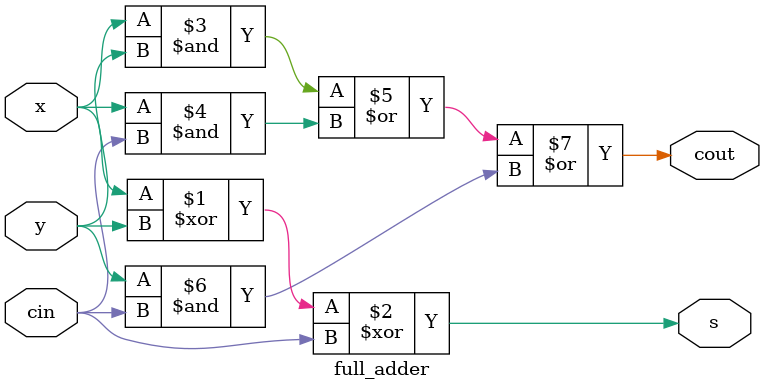
<source format=v>
module Q3(ctrl, X, Y, S, carryout);
input ctrl;
input [3:0] X, Y;
output [3:0]S;
output carryout;
wire [3:0]Yc;
wire [3:1]C;
assign Yc[3] = Y[3] ^ ctrl;
assign Yc[2] = Y[2] ^ ctrl;
assign Yc[1] = Y[1] ^ ctrl;
assign Yc[0] = Y[0] ^ ctrl;
full_adder s0(ctrl, X[0], Yc[0], S[0], C[1]);
full_adder s1(C[1], X[1], Yc[1], S[1], C[2]);
full_adder s2(C[2], X[2], Yc[2], S[2], C[3]);
full_adder s3(C[3], X[3], Yc[3], S[3], carryout);
endmodule

module full_adder(cin, x, y, s, cout);
input cin, x, y; 
output s, cout;
assign s = x^y^cin;
assign cout = (x&y)|(x&cin)|(y&cin);
endmodule

</source>
